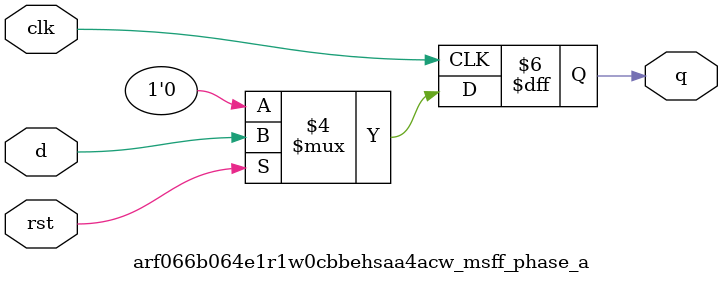
<source format=sv>
`ifndef ARF066B064E1R1W0CBBEHSAA4ACW_MSFF_PHASE_A_SV
`define ARF066B064E1R1W0CBBEHSAA4ACW_MSFF_PHASE_A_SV

module arf066b064e1r1w0cbbehsaa4acw_msff_phase_a #
(
  parameter DWIDTH = 1
)
(
  input  logic [DWIDTH-1:0] d,
  input  logic clk,
  input  logic rst,
  output logic [DWIDTH-1:0] q
);

always_ff @ (posedge clk) begin
  if (~rst) begin
    q <= '0;
  end
  else begin
    q <= d;
  end
end

endmodule // arf066b064e1r1w0cbbehsaa4acw_msff_phase_a

`endif // ARF066B064E1R1W0CBBEHSAA4ACW_MSFF_PHASE_A_SV
</source>
